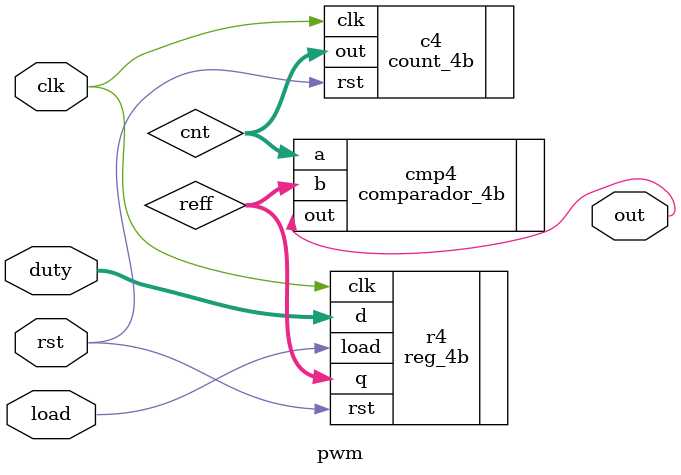
<source format=v>
module pwm (
    input clk, rst, load,
    input [3:0] duty,
    output out
);
    
wire [3:0] cnt, reff;

count_4b c4 (.clk(clk), .rst(rst), .out(cnt));

reg_4b r4 (.clk(clk), .rst(rst), .load(load), .d(duty), .q(reff));

comparador_4b cmp4 (.a(cnt), .b(reff), .out(out));
endmodule
</source>
